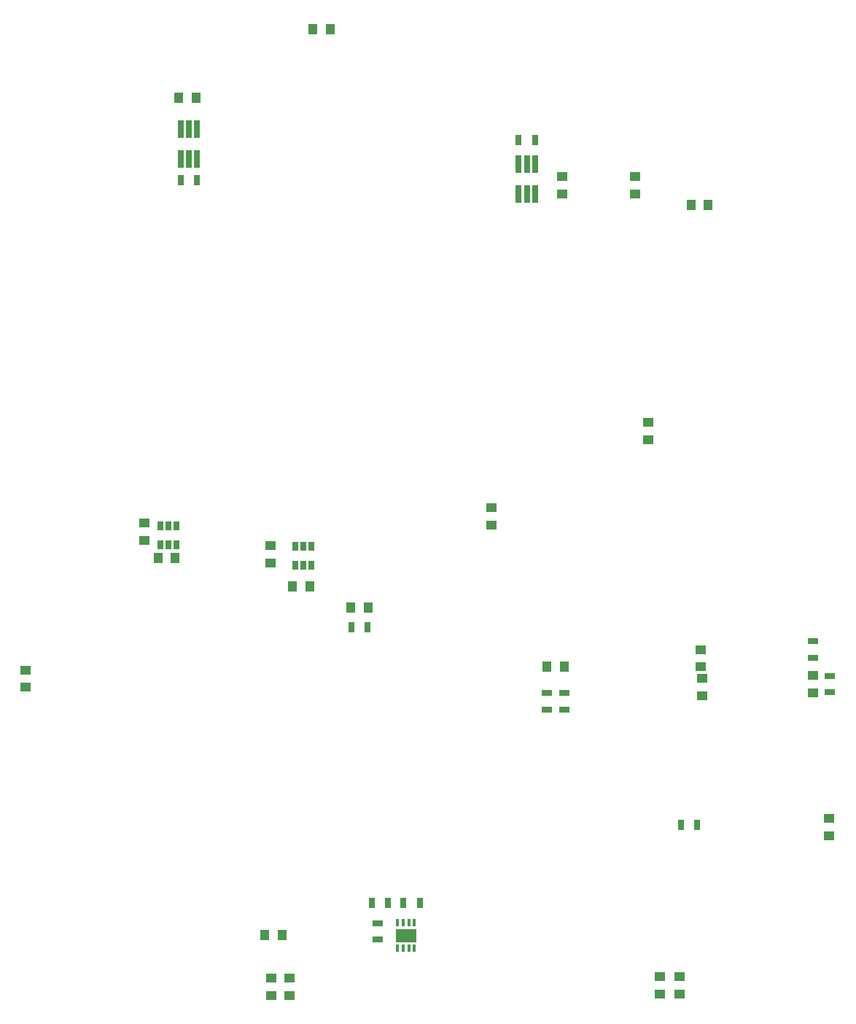
<source format=gtp>
G04 #@! TF.FileFunction,Paste,Top*
%FSLAX46Y46*%
G04 Gerber Fmt 4.6, Leading zero omitted, Abs format (unit mm)*
G04 Created by KiCad (PCBNEW 4.0.6) date 10/30/17 03:38:26*
%MOMM*%
%LPD*%
G01*
G04 APERTURE LIST*
%ADD10C,0.100000*%
%ADD11R,0.650000X1.060000*%
%ADD12R,0.700000X1.300000*%
%ADD13R,0.350000X0.850000*%
%ADD14R,2.400000X1.650000*%
%ADD15R,0.650000X2.000000*%
%ADD16R,1.250000X1.000000*%
%ADD17R,1.000000X1.250000*%
%ADD18R,1.300000X0.700000*%
G04 APERTURE END LIST*
D10*
D11*
X16850000Y54300000D03*
X17800000Y54300000D03*
X18750000Y54300000D03*
X18750000Y56500000D03*
X16850000Y56500000D03*
X17800000Y56500000D03*
X32550000Y51900000D03*
X33500000Y51900000D03*
X34450000Y51900000D03*
X34450000Y54100000D03*
X32550000Y54100000D03*
X33500000Y54100000D03*
D12*
X19250000Y96600000D03*
X21150000Y96600000D03*
X60380000Y101290000D03*
X58480000Y101290000D03*
D13*
X46385000Y10395000D03*
X45735000Y10395000D03*
X45085000Y10395000D03*
X44435000Y10395000D03*
X44435000Y7445000D03*
X45085000Y7445000D03*
X45735000Y7445000D03*
X46385000Y7445000D03*
D14*
X45410000Y8920000D03*
D15*
X21150000Y102510000D03*
X20200000Y102510000D03*
X19250000Y102510000D03*
X19250000Y99090000D03*
X20200000Y99090000D03*
X21150000Y99090000D03*
X58480000Y95030000D03*
X59430000Y95030000D03*
X60380000Y95030000D03*
X60380000Y98450000D03*
X59430000Y98450000D03*
X58480000Y98450000D03*
D16*
X29720000Y1990000D03*
X29720000Y3990000D03*
X31880000Y1990000D03*
X31880000Y3990000D03*
X79625000Y40125000D03*
X79625000Y42125000D03*
X92625000Y37125000D03*
X92625000Y39125000D03*
X74840000Y2130000D03*
X74840000Y4130000D03*
X73500000Y68500000D03*
X73500000Y66500000D03*
D17*
X80500000Y93700000D03*
X78500000Y93700000D03*
D16*
X55290000Y58580000D03*
X55290000Y56580000D03*
X94500000Y20500000D03*
X94500000Y22500000D03*
D17*
X41000000Y47000000D03*
X39000000Y47000000D03*
X63800000Y40130000D03*
X61800000Y40130000D03*
X19000000Y106200000D03*
X21000000Y106200000D03*
D16*
X1250000Y37750000D03*
X1250000Y39750000D03*
X79750000Y36750000D03*
X79750000Y38750000D03*
X63570000Y95000000D03*
X63570000Y97000000D03*
X72000000Y97000000D03*
X72000000Y95000000D03*
X77140000Y2150000D03*
X77140000Y4150000D03*
D17*
X36600000Y114110000D03*
X34600000Y114110000D03*
X16600000Y52800000D03*
X18600000Y52800000D03*
X32250000Y49500000D03*
X34250000Y49500000D03*
D16*
X15000000Y56800000D03*
X15000000Y54800000D03*
X29700000Y54200000D03*
X29700000Y52200000D03*
D17*
X29000000Y9000000D03*
X31000000Y9000000D03*
D12*
X40950000Y44750000D03*
X39050000Y44750000D03*
X79200000Y21750000D03*
X77300000Y21750000D03*
D18*
X94625000Y37175000D03*
X94625000Y39075000D03*
X63750000Y35190000D03*
X63750000Y37090000D03*
X61730000Y35190000D03*
X61730000Y37090000D03*
X92625000Y41175000D03*
X92625000Y43075000D03*
D12*
X45110000Y12700000D03*
X47010000Y12700000D03*
X41410000Y12690000D03*
X43310000Y12690000D03*
D18*
X42140000Y10370000D03*
X42140000Y8470000D03*
M02*

</source>
